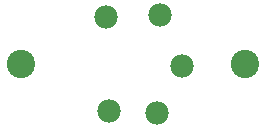
<source format=gbr>
G04 EAGLE Gerber RS-274X export*
G75*
%MOMM*%
%FSLAX34Y34*%
%LPD*%
%INSoldermask Bottom*%
%IPPOS*%
%AMOC8*
5,1,8,0,0,1.08239X$1,22.5*%
G01*
%ADD10C,2.403200*%
%ADD11C,1.981200*%


D10*
X95000Y0D03*
X-95000Y0D03*
D11*
X-20407Y-39628D03*
X-23034Y40042D03*
X20431Y-41412D03*
X42071Y-1077D03*
X23000Y42000D03*
M02*

</source>
